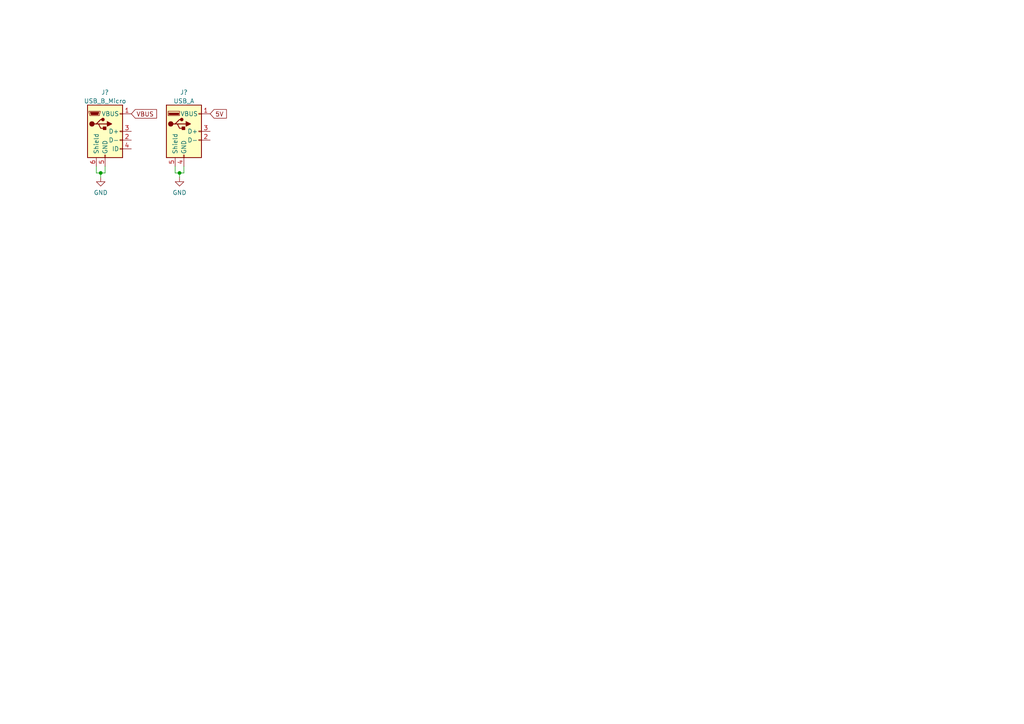
<source format=kicad_sch>
(kicad_sch (version 20211123) (generator eeschema)
  (paper "A4")
  (lib_symbols
    (symbol "Connector:USB_A" (pin_names (offset 1.016))
      (property "Reference" "J" (at -5.08 11.43 0))
      (property "Value" "USB_A" (at -5.08 8.89 0))
      (symbol "USB_A_0_1"
        (rectangle (start -5.08 -7.62) (end 5.08 7.62) (stroke (width 0.254)) (fill (type background)))
        (circle (center -3.81 2.159) (radius 0.635) (stroke (width 0.254)) (fill (type outline)))
        (rectangle (start -1.524 4.826) (end -4.318 5.334) (fill (type outline)))
        (rectangle (start -1.27 4.572) (end -4.572 5.842))
        (circle (center -0.635 3.429) (radius 0.381) (stroke (width 0.254)) (fill (type outline)))
        (rectangle (start -0.127 -7.62) (end 0.127 -6.858))
        (polyline (pts (xy -3.175 2.159) (xy -2.54 2.159) (xy -1.27 3.429) (xy -0.635 3.429)) (stroke (width 0.254)))
        (polyline (pts (xy -2.54 2.159) (xy -1.905 2.159) (xy -1.27 0.889) (xy 0 0.889)) (stroke (width 0.254)))
        (polyline (pts (xy 0.635 2.794) (xy 0.635 1.524) (xy 1.905 2.159) (xy 0.635 2.794)) (stroke (width 0.254)) (fill (type outline)))
        (rectangle (start 0.254 1.27) (end -0.508 0.508) (stroke (width 0.254)) (fill (type outline)))
        (rectangle (start 5.08 -2.667) (end 4.318 -2.413))
        (rectangle (start 5.08 -0.127) (end 4.318 0.127))
        (rectangle (start 5.08 4.953) (end 4.318 5.207))
      )
      (symbol "USB_A_1_1"
        (polyline (pts (xy -1.905 2.159) (xy 0.635 2.159)) (stroke (width 0.254)))
        (pin power_in line (at 7.62 5.08 180) (length 2.54) (name "VBUS") (number "1"))
        (pin bidirectional line (at 7.62 -2.54 180) (length 2.54) (name "D-") (number "2"))
        (pin bidirectional line (at 7.62 0 180) (length 2.54) (name "D+") (number "3"))
        (pin power_in line (at 0 -10.16 90) (length 2.54) (name "GND") (number "4"))
        (pin passive line (at -2.54 -10.16 90) (length 2.54) (name "Shield") (number "5"))
      )
    )
    (symbol "Connector:USB_B_Micro" (pin_names (offset 1.016))
      (property "Reference" "J" (at -5.08 11.43 0))
      (property "Value" "USB_B_Micro" (at -5.08 8.89 0))
      (symbol "USB_B_Micro_0_1"
        (rectangle (start -5.08 -7.62) (end 5.08 7.62) (stroke (width 0.254)) (fill (type background)))
        (circle (center -3.81 2.159) (radius 0.635) (stroke (width 0.254)) (fill (type outline)))
        (circle (center -0.635 3.429) (radius 0.381) (stroke (width 0.254)) (fill (type outline)))
        (rectangle (start -0.127 -7.62) (end 0.127 -6.858))
        (polyline (pts (xy -1.905 2.159) (xy 0.635 2.159)) (stroke (width 0.254)))
        (polyline (pts (xy -3.175 2.159) (xy -2.54 2.159) (xy -1.27 3.429) (xy -0.635 3.429)) (stroke (width 0.254)))
        (polyline (pts (xy -2.54 2.159) (xy -1.905 2.159) (xy -1.27 0.889) (xy 0 0.889)) (stroke (width 0.254)))
        (polyline (pts (xy 0.635 2.794) (xy 0.635 1.524) (xy 1.905 2.159) (xy 0.635 2.794)) (stroke (width 0.254)) (fill (type outline)))
        (polyline (pts (xy -4.318 5.588) (xy -1.778 5.588) (xy -2.032 4.826) (xy -4.064 4.826) (xy -4.318 5.588)) (fill (type outline)))
        (polyline (pts (xy -4.699 5.842) (xy -4.699 5.588) (xy -4.445 4.826) (xy -4.445 4.572) (xy -1.651 4.572) (xy -1.651 4.826) (xy -1.397 5.588) (xy -1.397 5.842) (xy -4.699 5.842)))
        (rectangle (start 0.254 1.27) (end -0.508 0.508) (stroke (width 0.254)) (fill (type outline)))
        (rectangle (start 5.08 -5.207) (end 4.318 -4.953))
        (rectangle (start 5.08 -2.667) (end 4.318 -2.413))
        (rectangle (start 5.08 -0.127) (end 4.318 0.127))
        (rectangle (start 5.08 4.953) (end 4.318 5.207))
      )
      (symbol "USB_B_Micro_1_1"
        (pin power_out line (at 7.62 5.08 180) (length 2.54) (name "VBUS") (number "1"))
        (pin bidirectional line (at 7.62 -2.54 180) (length 2.54) (name "D-") (number "2"))
        (pin bidirectional line (at 7.62 0 180) (length 2.54) (name "D+") (number "3"))
        (pin passive line (at 7.62 -5.08 180) (length 2.54) (name "ID") (number "4"))
        (pin power_out line (at 0 -10.16 90) (length 2.54) (name "GND") (number "5"))
        (pin passive line (at -2.54 -10.16 90) (length 2.54) (name "Shield") (number "6"))
      )
    )
    (symbol "power:GND" (power) (pin_names (offset 0))
      (property "Value" "GND" (at 0 -3.81 0))
      (symbol "GND_0_1"
        (polyline (pts (xy 0 0) (xy 0 -1.27) (xy 1.27 -1.27) (xy 0 -2.54) (xy -1.27 -1.27) (xy 0 -1.27)))
      )
      (symbol "GND_1_1"
        (pin power_in line (at 0 0 270) (length 0) hide (name "GND") (number "1"))
      )
    )
  )
  (junction (at 52.07 50.165))
  (junction (at 29.21 50.165))
  (wire (pts (xy 29.21 50.165) (xy 30.48 50.165)))
  (wire (pts (xy 50.8 50.165) (xy 52.07 50.165)))
  (wire (pts (xy 29.21 50.165) (xy 29.21 51.435)))
  (wire (pts (xy 50.8 48.26) (xy 50.8 50.165)))
  (wire (pts (xy 27.94 50.165) (xy 29.21 50.165)))
  (wire (pts (xy 30.48 50.165) (xy 30.48 48.26)))
  (wire (pts (xy 27.94 48.26) (xy 27.94 50.165)))
  (wire (pts (xy 52.07 50.165) (xy 52.07 51.435)))
  (wire (pts (xy 53.34 50.165) (xy 53.34 48.26)))
  (wire (pts (xy 52.07 50.165) (xy 53.34 50.165)))
  (global_label "VBUS" (shape input) (at 38.1 33.02 0) (property "Intersheet References" "${INTERSHEET_REFS}" (effects hide)))
  (global_label "5V" (shape input) (at 60.96 33.02 0) (property "Intersheet References" "${INTERSHEET_REFS}" (effects hide)))
  (symbol (lib_id "power:GND") (at 29.21 51.435 0) (unit 1)
    (property "Reference" "#PWR?" (effects hide))
    (property "Value" "GND" (at 29.21 55.8784 0))
  )
  (symbol (lib_id "Connector:USB_B_Micro") (at 30.48 38.1 0) (unit 1)
    (property "Reference" "J?" (at 30.48 26.7802 0))
    (property "Value" "USB_B_Micro" (at 30.48 29.3171 0))
    (property "Footprint" "Connector_USB:USB_Micro-B_Amphenol_10104110_Horizontal" (effects hide))
  )
  (symbol (lib_id "Connector:USB_A") (at 53.34 38.1 0) (unit 1)
    (property "Reference" "J?" (at 53.34 26.7802 0))
    (property "Value" "USB_A" (at 53.34 29.3171 0))
    (property "Footprint" "Library:USB-A1HS" (effects hide))
    (property "Datasheet" " ~" (effects hide))
  )
  (symbol (lib_id "power:GND") (at 52.07 51.435 0) (unit 1)
    (property "Reference" "#PWR?" (effects hide))
    (property "Value" "GND" (at 52.07 55.8784 0))
  )
)
</source>
